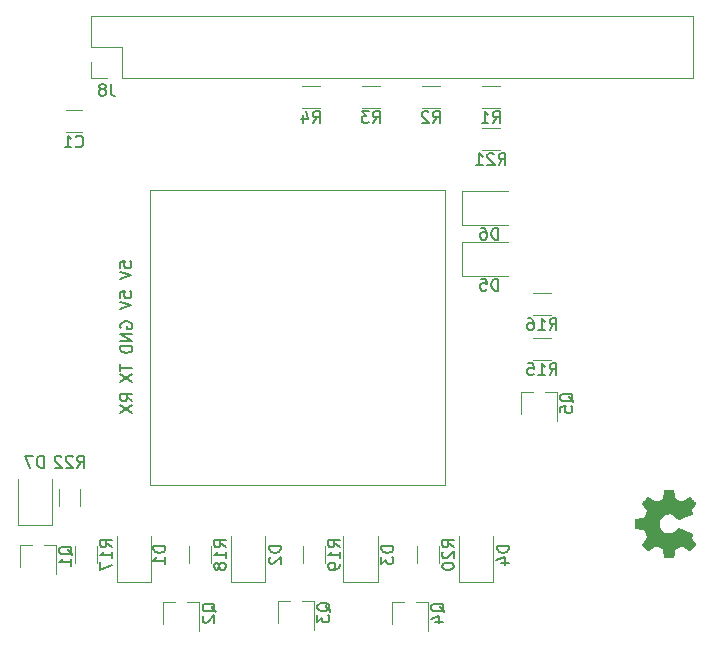
<source format=gbo>
G04 #@! TF.GenerationSoftware,KiCad,Pcbnew,(7.0.0-0)*
G04 #@! TF.CreationDate,2023-04-26T13:08:56+01:00*
G04 #@! TF.ProjectId,Klipper Fan Hat,4b6c6970-7065-4722-9046-616e20486174,rev?*
G04 #@! TF.SameCoordinates,Original*
G04 #@! TF.FileFunction,Legend,Bot*
G04 #@! TF.FilePolarity,Positive*
%FSLAX46Y46*%
G04 Gerber Fmt 4.6, Leading zero omitted, Abs format (unit mm)*
G04 Created by KiCad (PCBNEW (7.0.0-0)) date 2023-04-26 13:08:56*
%MOMM*%
%LPD*%
G01*
G04 APERTURE LIST*
%ADD10C,0.120000*%
%ADD11C,0.150000*%
G04 APERTURE END LIST*
D10*
X112000000Y-59614000D02*
X137000000Y-59614000D01*
X137000000Y-59614000D02*
X137000000Y-84614000D01*
X137000000Y-84614000D02*
X112000000Y-84614000D01*
X112000000Y-84614000D02*
X112000000Y-59614000D01*
D11*
X109527380Y-74346095D02*
X109527380Y-74917523D01*
X110527380Y-74631809D02*
X109527380Y-74631809D01*
X109527380Y-75155619D02*
X110527380Y-75822285D01*
X109527380Y-75822285D02*
X110527380Y-75155619D01*
X110527380Y-77481333D02*
X110051190Y-77148000D01*
X110527380Y-76909905D02*
X109527380Y-76909905D01*
X109527380Y-76909905D02*
X109527380Y-77290857D01*
X109527380Y-77290857D02*
X109575000Y-77386095D01*
X109575000Y-77386095D02*
X109622619Y-77433714D01*
X109622619Y-77433714D02*
X109717857Y-77481333D01*
X109717857Y-77481333D02*
X109860714Y-77481333D01*
X109860714Y-77481333D02*
X109955952Y-77433714D01*
X109955952Y-77433714D02*
X110003571Y-77386095D01*
X110003571Y-77386095D02*
X110051190Y-77290857D01*
X110051190Y-77290857D02*
X110051190Y-76909905D01*
X109527380Y-77814667D02*
X110527380Y-78481333D01*
X109527380Y-78481333D02*
X110527380Y-77814667D01*
X109575000Y-71298095D02*
X109527380Y-71202857D01*
X109527380Y-71202857D02*
X109527380Y-71060000D01*
X109527380Y-71060000D02*
X109575000Y-70917143D01*
X109575000Y-70917143D02*
X109670238Y-70821905D01*
X109670238Y-70821905D02*
X109765476Y-70774286D01*
X109765476Y-70774286D02*
X109955952Y-70726667D01*
X109955952Y-70726667D02*
X110098809Y-70726667D01*
X110098809Y-70726667D02*
X110289285Y-70774286D01*
X110289285Y-70774286D02*
X110384523Y-70821905D01*
X110384523Y-70821905D02*
X110479761Y-70917143D01*
X110479761Y-70917143D02*
X110527380Y-71060000D01*
X110527380Y-71060000D02*
X110527380Y-71155238D01*
X110527380Y-71155238D02*
X110479761Y-71298095D01*
X110479761Y-71298095D02*
X110432142Y-71345714D01*
X110432142Y-71345714D02*
X110098809Y-71345714D01*
X110098809Y-71345714D02*
X110098809Y-71155238D01*
X110527380Y-71774286D02*
X109527380Y-71774286D01*
X109527380Y-71774286D02*
X110527380Y-72345714D01*
X110527380Y-72345714D02*
X109527380Y-72345714D01*
X110527380Y-72821905D02*
X109527380Y-72821905D01*
X109527380Y-72821905D02*
X109527380Y-73060000D01*
X109527380Y-73060000D02*
X109575000Y-73202857D01*
X109575000Y-73202857D02*
X109670238Y-73298095D01*
X109670238Y-73298095D02*
X109765476Y-73345714D01*
X109765476Y-73345714D02*
X109955952Y-73393333D01*
X109955952Y-73393333D02*
X110098809Y-73393333D01*
X110098809Y-73393333D02*
X110289285Y-73345714D01*
X110289285Y-73345714D02*
X110384523Y-73298095D01*
X110384523Y-73298095D02*
X110479761Y-73202857D01*
X110479761Y-73202857D02*
X110527380Y-73060000D01*
X110527380Y-73060000D02*
X110527380Y-72821905D01*
X109450380Y-68710285D02*
X109450380Y-68234095D01*
X109450380Y-68234095D02*
X109926571Y-68186476D01*
X109926571Y-68186476D02*
X109878952Y-68234095D01*
X109878952Y-68234095D02*
X109831333Y-68329333D01*
X109831333Y-68329333D02*
X109831333Y-68567428D01*
X109831333Y-68567428D02*
X109878952Y-68662666D01*
X109878952Y-68662666D02*
X109926571Y-68710285D01*
X109926571Y-68710285D02*
X110021809Y-68757904D01*
X110021809Y-68757904D02*
X110259904Y-68757904D01*
X110259904Y-68757904D02*
X110355142Y-68710285D01*
X110355142Y-68710285D02*
X110402761Y-68662666D01*
X110402761Y-68662666D02*
X110450380Y-68567428D01*
X110450380Y-68567428D02*
X110450380Y-68329333D01*
X110450380Y-68329333D02*
X110402761Y-68234095D01*
X110402761Y-68234095D02*
X110355142Y-68186476D01*
X109450380Y-69043619D02*
X110450380Y-69376952D01*
X110450380Y-69376952D02*
X109450380Y-69710285D01*
X109450380Y-66170285D02*
X109450380Y-65694095D01*
X109450380Y-65694095D02*
X109926571Y-65646476D01*
X109926571Y-65646476D02*
X109878952Y-65694095D01*
X109878952Y-65694095D02*
X109831333Y-65789333D01*
X109831333Y-65789333D02*
X109831333Y-66027428D01*
X109831333Y-66027428D02*
X109878952Y-66122666D01*
X109878952Y-66122666D02*
X109926571Y-66170285D01*
X109926571Y-66170285D02*
X110021809Y-66217904D01*
X110021809Y-66217904D02*
X110259904Y-66217904D01*
X110259904Y-66217904D02*
X110355142Y-66170285D01*
X110355142Y-66170285D02*
X110402761Y-66122666D01*
X110402761Y-66122666D02*
X110450380Y-66027428D01*
X110450380Y-66027428D02*
X110450380Y-65789333D01*
X110450380Y-65789333D02*
X110402761Y-65694095D01*
X110402761Y-65694095D02*
X110355142Y-65646476D01*
X109450380Y-66503619D02*
X110450380Y-66836952D01*
X110450380Y-66836952D02*
X109450380Y-67170285D01*
X108703333Y-50637380D02*
X108703333Y-51351666D01*
X108703333Y-51351666D02*
X108750952Y-51494523D01*
X108750952Y-51494523D02*
X108846190Y-51589761D01*
X108846190Y-51589761D02*
X108989047Y-51637380D01*
X108989047Y-51637380D02*
X109084285Y-51637380D01*
X108084285Y-51065952D02*
X108179523Y-51018333D01*
X108179523Y-51018333D02*
X108227142Y-50970714D01*
X108227142Y-50970714D02*
X108274761Y-50875476D01*
X108274761Y-50875476D02*
X108274761Y-50827857D01*
X108274761Y-50827857D02*
X108227142Y-50732619D01*
X108227142Y-50732619D02*
X108179523Y-50685000D01*
X108179523Y-50685000D02*
X108084285Y-50637380D01*
X108084285Y-50637380D02*
X107893809Y-50637380D01*
X107893809Y-50637380D02*
X107798571Y-50685000D01*
X107798571Y-50685000D02*
X107750952Y-50732619D01*
X107750952Y-50732619D02*
X107703333Y-50827857D01*
X107703333Y-50827857D02*
X107703333Y-50875476D01*
X107703333Y-50875476D02*
X107750952Y-50970714D01*
X107750952Y-50970714D02*
X107798571Y-51018333D01*
X107798571Y-51018333D02*
X107893809Y-51065952D01*
X107893809Y-51065952D02*
X108084285Y-51065952D01*
X108084285Y-51065952D02*
X108179523Y-51113571D01*
X108179523Y-51113571D02*
X108227142Y-51161190D01*
X108227142Y-51161190D02*
X108274761Y-51256428D01*
X108274761Y-51256428D02*
X108274761Y-51446904D01*
X108274761Y-51446904D02*
X108227142Y-51542142D01*
X108227142Y-51542142D02*
X108179523Y-51589761D01*
X108179523Y-51589761D02*
X108084285Y-51637380D01*
X108084285Y-51637380D02*
X107893809Y-51637380D01*
X107893809Y-51637380D02*
X107798571Y-51589761D01*
X107798571Y-51589761D02*
X107750952Y-51542142D01*
X107750952Y-51542142D02*
X107703333Y-51446904D01*
X107703333Y-51446904D02*
X107703333Y-51256428D01*
X107703333Y-51256428D02*
X107750952Y-51161190D01*
X107750952Y-51161190D02*
X107798571Y-51113571D01*
X107798571Y-51113571D02*
X107893809Y-51065952D01*
X105452619Y-90506761D02*
X105405000Y-90411523D01*
X105405000Y-90411523D02*
X105309761Y-90316285D01*
X105309761Y-90316285D02*
X105166904Y-90173428D01*
X105166904Y-90173428D02*
X105119285Y-90078190D01*
X105119285Y-90078190D02*
X105119285Y-89982952D01*
X105357380Y-90030571D02*
X105309761Y-89935333D01*
X105309761Y-89935333D02*
X105214523Y-89840095D01*
X105214523Y-89840095D02*
X105024047Y-89792476D01*
X105024047Y-89792476D02*
X104690714Y-89792476D01*
X104690714Y-89792476D02*
X104500238Y-89840095D01*
X104500238Y-89840095D02*
X104405000Y-89935333D01*
X104405000Y-89935333D02*
X104357380Y-90030571D01*
X104357380Y-90030571D02*
X104357380Y-90221047D01*
X104357380Y-90221047D02*
X104405000Y-90316285D01*
X104405000Y-90316285D02*
X104500238Y-90411523D01*
X104500238Y-90411523D02*
X104690714Y-90459142D01*
X104690714Y-90459142D02*
X105024047Y-90459142D01*
X105024047Y-90459142D02*
X105214523Y-90411523D01*
X105214523Y-90411523D02*
X105309761Y-90316285D01*
X105309761Y-90316285D02*
X105357380Y-90221047D01*
X105357380Y-90221047D02*
X105357380Y-90030571D01*
X105357380Y-91411523D02*
X105357380Y-90840095D01*
X105357380Y-91125809D02*
X104357380Y-91125809D01*
X104357380Y-91125809D02*
X104500238Y-91030571D01*
X104500238Y-91030571D02*
X104595476Y-90935333D01*
X104595476Y-90935333D02*
X104643095Y-90840095D01*
X141060666Y-53927380D02*
X141393999Y-53451190D01*
X141632094Y-53927380D02*
X141632094Y-52927380D01*
X141632094Y-52927380D02*
X141251142Y-52927380D01*
X141251142Y-52927380D02*
X141155904Y-52975000D01*
X141155904Y-52975000D02*
X141108285Y-53022619D01*
X141108285Y-53022619D02*
X141060666Y-53117857D01*
X141060666Y-53117857D02*
X141060666Y-53260714D01*
X141060666Y-53260714D02*
X141108285Y-53355952D01*
X141108285Y-53355952D02*
X141155904Y-53403571D01*
X141155904Y-53403571D02*
X141251142Y-53451190D01*
X141251142Y-53451190D02*
X141632094Y-53451190D01*
X140108285Y-53927380D02*
X140679713Y-53927380D01*
X140393999Y-53927380D02*
X140393999Y-52927380D01*
X140393999Y-52927380D02*
X140489237Y-53070238D01*
X140489237Y-53070238D02*
X140584475Y-53165476D01*
X140584475Y-53165476D02*
X140679713Y-53213095D01*
X113321380Y-89736905D02*
X112321380Y-89736905D01*
X112321380Y-89736905D02*
X112321380Y-89975000D01*
X112321380Y-89975000D02*
X112369000Y-90117857D01*
X112369000Y-90117857D02*
X112464238Y-90213095D01*
X112464238Y-90213095D02*
X112559476Y-90260714D01*
X112559476Y-90260714D02*
X112749952Y-90308333D01*
X112749952Y-90308333D02*
X112892809Y-90308333D01*
X112892809Y-90308333D02*
X113083285Y-90260714D01*
X113083285Y-90260714D02*
X113178523Y-90213095D01*
X113178523Y-90213095D02*
X113273761Y-90117857D01*
X113273761Y-90117857D02*
X113321380Y-89975000D01*
X113321380Y-89975000D02*
X113321380Y-89736905D01*
X113321380Y-91260714D02*
X113321380Y-90689286D01*
X113321380Y-90975000D02*
X112321380Y-90975000D01*
X112321380Y-90975000D02*
X112464238Y-90879762D01*
X112464238Y-90879762D02*
X112559476Y-90784524D01*
X112559476Y-90784524D02*
X112607095Y-90689286D01*
X105849857Y-83095380D02*
X106183190Y-82619190D01*
X106421285Y-83095380D02*
X106421285Y-82095380D01*
X106421285Y-82095380D02*
X106040333Y-82095380D01*
X106040333Y-82095380D02*
X105945095Y-82143000D01*
X105945095Y-82143000D02*
X105897476Y-82190619D01*
X105897476Y-82190619D02*
X105849857Y-82285857D01*
X105849857Y-82285857D02*
X105849857Y-82428714D01*
X105849857Y-82428714D02*
X105897476Y-82523952D01*
X105897476Y-82523952D02*
X105945095Y-82571571D01*
X105945095Y-82571571D02*
X106040333Y-82619190D01*
X106040333Y-82619190D02*
X106421285Y-82619190D01*
X105468904Y-82190619D02*
X105421285Y-82143000D01*
X105421285Y-82143000D02*
X105326047Y-82095380D01*
X105326047Y-82095380D02*
X105087952Y-82095380D01*
X105087952Y-82095380D02*
X104992714Y-82143000D01*
X104992714Y-82143000D02*
X104945095Y-82190619D01*
X104945095Y-82190619D02*
X104897476Y-82285857D01*
X104897476Y-82285857D02*
X104897476Y-82381095D01*
X104897476Y-82381095D02*
X104945095Y-82523952D01*
X104945095Y-82523952D02*
X105516523Y-83095380D01*
X105516523Y-83095380D02*
X104897476Y-83095380D01*
X104516523Y-82190619D02*
X104468904Y-82143000D01*
X104468904Y-82143000D02*
X104373666Y-82095380D01*
X104373666Y-82095380D02*
X104135571Y-82095380D01*
X104135571Y-82095380D02*
X104040333Y-82143000D01*
X104040333Y-82143000D02*
X103992714Y-82190619D01*
X103992714Y-82190619D02*
X103945095Y-82285857D01*
X103945095Y-82285857D02*
X103945095Y-82381095D01*
X103945095Y-82381095D02*
X103992714Y-82523952D01*
X103992714Y-82523952D02*
X104564142Y-83095380D01*
X104564142Y-83095380D02*
X103945095Y-83095380D01*
X142404380Y-89736905D02*
X141404380Y-89736905D01*
X141404380Y-89736905D02*
X141404380Y-89975000D01*
X141404380Y-89975000D02*
X141452000Y-90117857D01*
X141452000Y-90117857D02*
X141547238Y-90213095D01*
X141547238Y-90213095D02*
X141642476Y-90260714D01*
X141642476Y-90260714D02*
X141832952Y-90308333D01*
X141832952Y-90308333D02*
X141975809Y-90308333D01*
X141975809Y-90308333D02*
X142166285Y-90260714D01*
X142166285Y-90260714D02*
X142261523Y-90213095D01*
X142261523Y-90213095D02*
X142356761Y-90117857D01*
X142356761Y-90117857D02*
X142404380Y-89975000D01*
X142404380Y-89975000D02*
X142404380Y-89736905D01*
X141737714Y-91165476D02*
X142404380Y-91165476D01*
X141356761Y-90927381D02*
X142071047Y-90689286D01*
X142071047Y-90689286D02*
X142071047Y-91308333D01*
X118443380Y-89832142D02*
X117967190Y-89498809D01*
X118443380Y-89260714D02*
X117443380Y-89260714D01*
X117443380Y-89260714D02*
X117443380Y-89641666D01*
X117443380Y-89641666D02*
X117491000Y-89736904D01*
X117491000Y-89736904D02*
X117538619Y-89784523D01*
X117538619Y-89784523D02*
X117633857Y-89832142D01*
X117633857Y-89832142D02*
X117776714Y-89832142D01*
X117776714Y-89832142D02*
X117871952Y-89784523D01*
X117871952Y-89784523D02*
X117919571Y-89736904D01*
X117919571Y-89736904D02*
X117967190Y-89641666D01*
X117967190Y-89641666D02*
X117967190Y-89260714D01*
X118443380Y-90784523D02*
X118443380Y-90213095D01*
X118443380Y-90498809D02*
X117443380Y-90498809D01*
X117443380Y-90498809D02*
X117586238Y-90403571D01*
X117586238Y-90403571D02*
X117681476Y-90308333D01*
X117681476Y-90308333D02*
X117729095Y-90213095D01*
X117871952Y-91355952D02*
X117824333Y-91260714D01*
X117824333Y-91260714D02*
X117776714Y-91213095D01*
X117776714Y-91213095D02*
X117681476Y-91165476D01*
X117681476Y-91165476D02*
X117633857Y-91165476D01*
X117633857Y-91165476D02*
X117538619Y-91213095D01*
X117538619Y-91213095D02*
X117491000Y-91260714D01*
X117491000Y-91260714D02*
X117443380Y-91355952D01*
X117443380Y-91355952D02*
X117443380Y-91546428D01*
X117443380Y-91546428D02*
X117491000Y-91641666D01*
X117491000Y-91641666D02*
X117538619Y-91689285D01*
X117538619Y-91689285D02*
X117633857Y-91736904D01*
X117633857Y-91736904D02*
X117681476Y-91736904D01*
X117681476Y-91736904D02*
X117776714Y-91689285D01*
X117776714Y-91689285D02*
X117824333Y-91641666D01*
X117824333Y-91641666D02*
X117871952Y-91546428D01*
X117871952Y-91546428D02*
X117871952Y-91355952D01*
X117871952Y-91355952D02*
X117919571Y-91260714D01*
X117919571Y-91260714D02*
X117967190Y-91213095D01*
X117967190Y-91213095D02*
X118062428Y-91165476D01*
X118062428Y-91165476D02*
X118252904Y-91165476D01*
X118252904Y-91165476D02*
X118348142Y-91213095D01*
X118348142Y-91213095D02*
X118395761Y-91260714D01*
X118395761Y-91260714D02*
X118443380Y-91355952D01*
X118443380Y-91355952D02*
X118443380Y-91546428D01*
X118443380Y-91546428D02*
X118395761Y-91641666D01*
X118395761Y-91641666D02*
X118348142Y-91689285D01*
X118348142Y-91689285D02*
X118252904Y-91736904D01*
X118252904Y-91736904D02*
X118062428Y-91736904D01*
X118062428Y-91736904D02*
X117967190Y-91689285D01*
X117967190Y-91689285D02*
X117919571Y-91641666D01*
X117919571Y-91641666D02*
X117871952Y-91546428D01*
X108791380Y-89832142D02*
X108315190Y-89498809D01*
X108791380Y-89260714D02*
X107791380Y-89260714D01*
X107791380Y-89260714D02*
X107791380Y-89641666D01*
X107791380Y-89641666D02*
X107839000Y-89736904D01*
X107839000Y-89736904D02*
X107886619Y-89784523D01*
X107886619Y-89784523D02*
X107981857Y-89832142D01*
X107981857Y-89832142D02*
X108124714Y-89832142D01*
X108124714Y-89832142D02*
X108219952Y-89784523D01*
X108219952Y-89784523D02*
X108267571Y-89736904D01*
X108267571Y-89736904D02*
X108315190Y-89641666D01*
X108315190Y-89641666D02*
X108315190Y-89260714D01*
X108791380Y-90784523D02*
X108791380Y-90213095D01*
X108791380Y-90498809D02*
X107791380Y-90498809D01*
X107791380Y-90498809D02*
X107934238Y-90403571D01*
X107934238Y-90403571D02*
X108029476Y-90308333D01*
X108029476Y-90308333D02*
X108077095Y-90213095D01*
X107791380Y-91117857D02*
X107791380Y-91784523D01*
X107791380Y-91784523D02*
X108791380Y-91355952D01*
X125820666Y-53927380D02*
X126153999Y-53451190D01*
X126392094Y-53927380D02*
X126392094Y-52927380D01*
X126392094Y-52927380D02*
X126011142Y-52927380D01*
X126011142Y-52927380D02*
X125915904Y-52975000D01*
X125915904Y-52975000D02*
X125868285Y-53022619D01*
X125868285Y-53022619D02*
X125820666Y-53117857D01*
X125820666Y-53117857D02*
X125820666Y-53260714D01*
X125820666Y-53260714D02*
X125868285Y-53355952D01*
X125868285Y-53355952D02*
X125915904Y-53403571D01*
X125915904Y-53403571D02*
X126011142Y-53451190D01*
X126011142Y-53451190D02*
X126392094Y-53451190D01*
X124963523Y-53260714D02*
X124963523Y-53927380D01*
X125201618Y-52879761D02*
X125439713Y-53594047D01*
X125439713Y-53594047D02*
X124820666Y-53594047D01*
X123100380Y-89736905D02*
X122100380Y-89736905D01*
X122100380Y-89736905D02*
X122100380Y-89975000D01*
X122100380Y-89975000D02*
X122148000Y-90117857D01*
X122148000Y-90117857D02*
X122243238Y-90213095D01*
X122243238Y-90213095D02*
X122338476Y-90260714D01*
X122338476Y-90260714D02*
X122528952Y-90308333D01*
X122528952Y-90308333D02*
X122671809Y-90308333D01*
X122671809Y-90308333D02*
X122862285Y-90260714D01*
X122862285Y-90260714D02*
X122957523Y-90213095D01*
X122957523Y-90213095D02*
X123052761Y-90117857D01*
X123052761Y-90117857D02*
X123100380Y-89975000D01*
X123100380Y-89975000D02*
X123100380Y-89736905D01*
X122195619Y-90689286D02*
X122148000Y-90736905D01*
X122148000Y-90736905D02*
X122100380Y-90832143D01*
X122100380Y-90832143D02*
X122100380Y-91070238D01*
X122100380Y-91070238D02*
X122148000Y-91165476D01*
X122148000Y-91165476D02*
X122195619Y-91213095D01*
X122195619Y-91213095D02*
X122290857Y-91260714D01*
X122290857Y-91260714D02*
X122386095Y-91260714D01*
X122386095Y-91260714D02*
X122528952Y-91213095D01*
X122528952Y-91213095D02*
X123100380Y-90641667D01*
X123100380Y-90641667D02*
X123100380Y-91260714D01*
X127296619Y-95292761D02*
X127249000Y-95197523D01*
X127249000Y-95197523D02*
X127153761Y-95102285D01*
X127153761Y-95102285D02*
X127010904Y-94959428D01*
X127010904Y-94959428D02*
X126963285Y-94864190D01*
X126963285Y-94864190D02*
X126963285Y-94768952D01*
X127201380Y-94816571D02*
X127153761Y-94721333D01*
X127153761Y-94721333D02*
X127058523Y-94626095D01*
X127058523Y-94626095D02*
X126868047Y-94578476D01*
X126868047Y-94578476D02*
X126534714Y-94578476D01*
X126534714Y-94578476D02*
X126344238Y-94626095D01*
X126344238Y-94626095D02*
X126249000Y-94721333D01*
X126249000Y-94721333D02*
X126201380Y-94816571D01*
X126201380Y-94816571D02*
X126201380Y-95007047D01*
X126201380Y-95007047D02*
X126249000Y-95102285D01*
X126249000Y-95102285D02*
X126344238Y-95197523D01*
X126344238Y-95197523D02*
X126534714Y-95245142D01*
X126534714Y-95245142D02*
X126868047Y-95245142D01*
X126868047Y-95245142D02*
X127058523Y-95197523D01*
X127058523Y-95197523D02*
X127153761Y-95102285D01*
X127153761Y-95102285D02*
X127201380Y-95007047D01*
X127201380Y-95007047D02*
X127201380Y-94816571D01*
X126201380Y-95578476D02*
X126201380Y-96197523D01*
X126201380Y-96197523D02*
X126582333Y-95864190D01*
X126582333Y-95864190D02*
X126582333Y-96007047D01*
X126582333Y-96007047D02*
X126629952Y-96102285D01*
X126629952Y-96102285D02*
X126677571Y-96149904D01*
X126677571Y-96149904D02*
X126772809Y-96197523D01*
X126772809Y-96197523D02*
X127010904Y-96197523D01*
X127010904Y-96197523D02*
X127106142Y-96149904D01*
X127106142Y-96149904D02*
X127153761Y-96102285D01*
X127153761Y-96102285D02*
X127201380Y-96007047D01*
X127201380Y-96007047D02*
X127201380Y-95721333D01*
X127201380Y-95721333D02*
X127153761Y-95626095D01*
X127153761Y-95626095D02*
X127106142Y-95578476D01*
X145854857Y-71453380D02*
X146188190Y-70977190D01*
X146426285Y-71453380D02*
X146426285Y-70453380D01*
X146426285Y-70453380D02*
X146045333Y-70453380D01*
X146045333Y-70453380D02*
X145950095Y-70501000D01*
X145950095Y-70501000D02*
X145902476Y-70548619D01*
X145902476Y-70548619D02*
X145854857Y-70643857D01*
X145854857Y-70643857D02*
X145854857Y-70786714D01*
X145854857Y-70786714D02*
X145902476Y-70881952D01*
X145902476Y-70881952D02*
X145950095Y-70929571D01*
X145950095Y-70929571D02*
X146045333Y-70977190D01*
X146045333Y-70977190D02*
X146426285Y-70977190D01*
X144902476Y-71453380D02*
X145473904Y-71453380D01*
X145188190Y-71453380D02*
X145188190Y-70453380D01*
X145188190Y-70453380D02*
X145283428Y-70596238D01*
X145283428Y-70596238D02*
X145378666Y-70691476D01*
X145378666Y-70691476D02*
X145473904Y-70739095D01*
X144045333Y-70453380D02*
X144235809Y-70453380D01*
X144235809Y-70453380D02*
X144331047Y-70501000D01*
X144331047Y-70501000D02*
X144378666Y-70548619D01*
X144378666Y-70548619D02*
X144473904Y-70691476D01*
X144473904Y-70691476D02*
X144521523Y-70881952D01*
X144521523Y-70881952D02*
X144521523Y-71262904D01*
X144521523Y-71262904D02*
X144473904Y-71358142D01*
X144473904Y-71358142D02*
X144426285Y-71405761D01*
X144426285Y-71405761D02*
X144331047Y-71453380D01*
X144331047Y-71453380D02*
X144140571Y-71453380D01*
X144140571Y-71453380D02*
X144045333Y-71405761D01*
X144045333Y-71405761D02*
X143997714Y-71358142D01*
X143997714Y-71358142D02*
X143950095Y-71262904D01*
X143950095Y-71262904D02*
X143950095Y-71024809D01*
X143950095Y-71024809D02*
X143997714Y-70929571D01*
X143997714Y-70929571D02*
X144045333Y-70881952D01*
X144045333Y-70881952D02*
X144140571Y-70834333D01*
X144140571Y-70834333D02*
X144331047Y-70834333D01*
X144331047Y-70834333D02*
X144426285Y-70881952D01*
X144426285Y-70881952D02*
X144473904Y-70929571D01*
X144473904Y-70929571D02*
X144521523Y-71024809D01*
X105754666Y-55894142D02*
X105802285Y-55941761D01*
X105802285Y-55941761D02*
X105945142Y-55989380D01*
X105945142Y-55989380D02*
X106040380Y-55989380D01*
X106040380Y-55989380D02*
X106183237Y-55941761D01*
X106183237Y-55941761D02*
X106278475Y-55846523D01*
X106278475Y-55846523D02*
X106326094Y-55751285D01*
X106326094Y-55751285D02*
X106373713Y-55560809D01*
X106373713Y-55560809D02*
X106373713Y-55417952D01*
X106373713Y-55417952D02*
X106326094Y-55227476D01*
X106326094Y-55227476D02*
X106278475Y-55132238D01*
X106278475Y-55132238D02*
X106183237Y-55037000D01*
X106183237Y-55037000D02*
X106040380Y-54989380D01*
X106040380Y-54989380D02*
X105945142Y-54989380D01*
X105945142Y-54989380D02*
X105802285Y-55037000D01*
X105802285Y-55037000D02*
X105754666Y-55084619D01*
X104802285Y-55989380D02*
X105373713Y-55989380D01*
X105087999Y-55989380D02*
X105087999Y-54989380D01*
X105087999Y-54989380D02*
X105183237Y-55132238D01*
X105183237Y-55132238D02*
X105278475Y-55227476D01*
X105278475Y-55227476D02*
X105373713Y-55275095D01*
X141505094Y-63791380D02*
X141505094Y-62791380D01*
X141505094Y-62791380D02*
X141266999Y-62791380D01*
X141266999Y-62791380D02*
X141124142Y-62839000D01*
X141124142Y-62839000D02*
X141028904Y-62934238D01*
X141028904Y-62934238D02*
X140981285Y-63029476D01*
X140981285Y-63029476D02*
X140933666Y-63219952D01*
X140933666Y-63219952D02*
X140933666Y-63362809D01*
X140933666Y-63362809D02*
X140981285Y-63553285D01*
X140981285Y-63553285D02*
X141028904Y-63648523D01*
X141028904Y-63648523D02*
X141124142Y-63743761D01*
X141124142Y-63743761D02*
X141266999Y-63791380D01*
X141266999Y-63791380D02*
X141505094Y-63791380D01*
X140076523Y-62791380D02*
X140266999Y-62791380D01*
X140266999Y-62791380D02*
X140362237Y-62839000D01*
X140362237Y-62839000D02*
X140409856Y-62886619D01*
X140409856Y-62886619D02*
X140505094Y-63029476D01*
X140505094Y-63029476D02*
X140552713Y-63219952D01*
X140552713Y-63219952D02*
X140552713Y-63600904D01*
X140552713Y-63600904D02*
X140505094Y-63696142D01*
X140505094Y-63696142D02*
X140457475Y-63743761D01*
X140457475Y-63743761D02*
X140362237Y-63791380D01*
X140362237Y-63791380D02*
X140171761Y-63791380D01*
X140171761Y-63791380D02*
X140076523Y-63743761D01*
X140076523Y-63743761D02*
X140028904Y-63696142D01*
X140028904Y-63696142D02*
X139981285Y-63600904D01*
X139981285Y-63600904D02*
X139981285Y-63362809D01*
X139981285Y-63362809D02*
X140028904Y-63267571D01*
X140028904Y-63267571D02*
X140076523Y-63219952D01*
X140076523Y-63219952D02*
X140171761Y-63172333D01*
X140171761Y-63172333D02*
X140362237Y-63172333D01*
X140362237Y-63172333D02*
X140457475Y-63219952D01*
X140457475Y-63219952D02*
X140505094Y-63267571D01*
X140505094Y-63267571D02*
X140552713Y-63362809D01*
X147870619Y-77552761D02*
X147823000Y-77457523D01*
X147823000Y-77457523D02*
X147727761Y-77362285D01*
X147727761Y-77362285D02*
X147584904Y-77219428D01*
X147584904Y-77219428D02*
X147537285Y-77124190D01*
X147537285Y-77124190D02*
X147537285Y-77028952D01*
X147775380Y-77076571D02*
X147727761Y-76981333D01*
X147727761Y-76981333D02*
X147632523Y-76886095D01*
X147632523Y-76886095D02*
X147442047Y-76838476D01*
X147442047Y-76838476D02*
X147108714Y-76838476D01*
X147108714Y-76838476D02*
X146918238Y-76886095D01*
X146918238Y-76886095D02*
X146823000Y-76981333D01*
X146823000Y-76981333D02*
X146775380Y-77076571D01*
X146775380Y-77076571D02*
X146775380Y-77267047D01*
X146775380Y-77267047D02*
X146823000Y-77362285D01*
X146823000Y-77362285D02*
X146918238Y-77457523D01*
X146918238Y-77457523D02*
X147108714Y-77505142D01*
X147108714Y-77505142D02*
X147442047Y-77505142D01*
X147442047Y-77505142D02*
X147632523Y-77457523D01*
X147632523Y-77457523D02*
X147727761Y-77362285D01*
X147727761Y-77362285D02*
X147775380Y-77267047D01*
X147775380Y-77267047D02*
X147775380Y-77076571D01*
X146775380Y-78409904D02*
X146775380Y-77933714D01*
X146775380Y-77933714D02*
X147251571Y-77886095D01*
X147251571Y-77886095D02*
X147203952Y-77933714D01*
X147203952Y-77933714D02*
X147156333Y-78028952D01*
X147156333Y-78028952D02*
X147156333Y-78267047D01*
X147156333Y-78267047D02*
X147203952Y-78362285D01*
X147203952Y-78362285D02*
X147251571Y-78409904D01*
X147251571Y-78409904D02*
X147346809Y-78457523D01*
X147346809Y-78457523D02*
X147584904Y-78457523D01*
X147584904Y-78457523D02*
X147680142Y-78409904D01*
X147680142Y-78409904D02*
X147727761Y-78362285D01*
X147727761Y-78362285D02*
X147775380Y-78267047D01*
X147775380Y-78267047D02*
X147775380Y-78028952D01*
X147775380Y-78028952D02*
X147727761Y-77933714D01*
X147727761Y-77933714D02*
X147680142Y-77886095D01*
X137747380Y-89832142D02*
X137271190Y-89498809D01*
X137747380Y-89260714D02*
X136747380Y-89260714D01*
X136747380Y-89260714D02*
X136747380Y-89641666D01*
X136747380Y-89641666D02*
X136795000Y-89736904D01*
X136795000Y-89736904D02*
X136842619Y-89784523D01*
X136842619Y-89784523D02*
X136937857Y-89832142D01*
X136937857Y-89832142D02*
X137080714Y-89832142D01*
X137080714Y-89832142D02*
X137175952Y-89784523D01*
X137175952Y-89784523D02*
X137223571Y-89736904D01*
X137223571Y-89736904D02*
X137271190Y-89641666D01*
X137271190Y-89641666D02*
X137271190Y-89260714D01*
X136842619Y-90213095D02*
X136795000Y-90260714D01*
X136795000Y-90260714D02*
X136747380Y-90355952D01*
X136747380Y-90355952D02*
X136747380Y-90594047D01*
X136747380Y-90594047D02*
X136795000Y-90689285D01*
X136795000Y-90689285D02*
X136842619Y-90736904D01*
X136842619Y-90736904D02*
X136937857Y-90784523D01*
X136937857Y-90784523D02*
X137033095Y-90784523D01*
X137033095Y-90784523D02*
X137175952Y-90736904D01*
X137175952Y-90736904D02*
X137747380Y-90165476D01*
X137747380Y-90165476D02*
X137747380Y-90784523D01*
X136747380Y-91403571D02*
X136747380Y-91498809D01*
X136747380Y-91498809D02*
X136795000Y-91594047D01*
X136795000Y-91594047D02*
X136842619Y-91641666D01*
X136842619Y-91641666D02*
X136937857Y-91689285D01*
X136937857Y-91689285D02*
X137128333Y-91736904D01*
X137128333Y-91736904D02*
X137366428Y-91736904D01*
X137366428Y-91736904D02*
X137556904Y-91689285D01*
X137556904Y-91689285D02*
X137652142Y-91641666D01*
X137652142Y-91641666D02*
X137699761Y-91594047D01*
X137699761Y-91594047D02*
X137747380Y-91498809D01*
X137747380Y-91498809D02*
X137747380Y-91403571D01*
X137747380Y-91403571D02*
X137699761Y-91308333D01*
X137699761Y-91308333D02*
X137652142Y-91260714D01*
X137652142Y-91260714D02*
X137556904Y-91213095D01*
X137556904Y-91213095D02*
X137366428Y-91165476D01*
X137366428Y-91165476D02*
X137128333Y-91165476D01*
X137128333Y-91165476D02*
X136937857Y-91213095D01*
X136937857Y-91213095D02*
X136842619Y-91260714D01*
X136842619Y-91260714D02*
X136795000Y-91308333D01*
X136795000Y-91308333D02*
X136747380Y-91403571D01*
X136948619Y-95332761D02*
X136901000Y-95237523D01*
X136901000Y-95237523D02*
X136805761Y-95142285D01*
X136805761Y-95142285D02*
X136662904Y-94999428D01*
X136662904Y-94999428D02*
X136615285Y-94904190D01*
X136615285Y-94904190D02*
X136615285Y-94808952D01*
X136853380Y-94856571D02*
X136805761Y-94761333D01*
X136805761Y-94761333D02*
X136710523Y-94666095D01*
X136710523Y-94666095D02*
X136520047Y-94618476D01*
X136520047Y-94618476D02*
X136186714Y-94618476D01*
X136186714Y-94618476D02*
X135996238Y-94666095D01*
X135996238Y-94666095D02*
X135901000Y-94761333D01*
X135901000Y-94761333D02*
X135853380Y-94856571D01*
X135853380Y-94856571D02*
X135853380Y-95047047D01*
X135853380Y-95047047D02*
X135901000Y-95142285D01*
X135901000Y-95142285D02*
X135996238Y-95237523D01*
X135996238Y-95237523D02*
X136186714Y-95285142D01*
X136186714Y-95285142D02*
X136520047Y-95285142D01*
X136520047Y-95285142D02*
X136710523Y-95237523D01*
X136710523Y-95237523D02*
X136805761Y-95142285D01*
X136805761Y-95142285D02*
X136853380Y-95047047D01*
X136853380Y-95047047D02*
X136853380Y-94856571D01*
X136186714Y-96142285D02*
X136853380Y-96142285D01*
X135805761Y-95904190D02*
X136520047Y-95666095D01*
X136520047Y-95666095D02*
X136520047Y-96285142D01*
X117578619Y-95332761D02*
X117531000Y-95237523D01*
X117531000Y-95237523D02*
X117435761Y-95142285D01*
X117435761Y-95142285D02*
X117292904Y-94999428D01*
X117292904Y-94999428D02*
X117245285Y-94904190D01*
X117245285Y-94904190D02*
X117245285Y-94808952D01*
X117483380Y-94856571D02*
X117435761Y-94761333D01*
X117435761Y-94761333D02*
X117340523Y-94666095D01*
X117340523Y-94666095D02*
X117150047Y-94618476D01*
X117150047Y-94618476D02*
X116816714Y-94618476D01*
X116816714Y-94618476D02*
X116626238Y-94666095D01*
X116626238Y-94666095D02*
X116531000Y-94761333D01*
X116531000Y-94761333D02*
X116483380Y-94856571D01*
X116483380Y-94856571D02*
X116483380Y-95047047D01*
X116483380Y-95047047D02*
X116531000Y-95142285D01*
X116531000Y-95142285D02*
X116626238Y-95237523D01*
X116626238Y-95237523D02*
X116816714Y-95285142D01*
X116816714Y-95285142D02*
X117150047Y-95285142D01*
X117150047Y-95285142D02*
X117340523Y-95237523D01*
X117340523Y-95237523D02*
X117435761Y-95142285D01*
X117435761Y-95142285D02*
X117483380Y-95047047D01*
X117483380Y-95047047D02*
X117483380Y-94856571D01*
X116578619Y-95666095D02*
X116531000Y-95713714D01*
X116531000Y-95713714D02*
X116483380Y-95808952D01*
X116483380Y-95808952D02*
X116483380Y-96047047D01*
X116483380Y-96047047D02*
X116531000Y-96142285D01*
X116531000Y-96142285D02*
X116578619Y-96189904D01*
X116578619Y-96189904D02*
X116673857Y-96237523D01*
X116673857Y-96237523D02*
X116769095Y-96237523D01*
X116769095Y-96237523D02*
X116911952Y-96189904D01*
X116911952Y-96189904D02*
X117483380Y-95618476D01*
X117483380Y-95618476D02*
X117483380Y-96237523D01*
X128095380Y-89832142D02*
X127619190Y-89498809D01*
X128095380Y-89260714D02*
X127095380Y-89260714D01*
X127095380Y-89260714D02*
X127095380Y-89641666D01*
X127095380Y-89641666D02*
X127143000Y-89736904D01*
X127143000Y-89736904D02*
X127190619Y-89784523D01*
X127190619Y-89784523D02*
X127285857Y-89832142D01*
X127285857Y-89832142D02*
X127428714Y-89832142D01*
X127428714Y-89832142D02*
X127523952Y-89784523D01*
X127523952Y-89784523D02*
X127571571Y-89736904D01*
X127571571Y-89736904D02*
X127619190Y-89641666D01*
X127619190Y-89641666D02*
X127619190Y-89260714D01*
X128095380Y-90784523D02*
X128095380Y-90213095D01*
X128095380Y-90498809D02*
X127095380Y-90498809D01*
X127095380Y-90498809D02*
X127238238Y-90403571D01*
X127238238Y-90403571D02*
X127333476Y-90308333D01*
X127333476Y-90308333D02*
X127381095Y-90213095D01*
X128095380Y-91260714D02*
X128095380Y-91451190D01*
X128095380Y-91451190D02*
X128047761Y-91546428D01*
X128047761Y-91546428D02*
X128000142Y-91594047D01*
X128000142Y-91594047D02*
X127857285Y-91689285D01*
X127857285Y-91689285D02*
X127666809Y-91736904D01*
X127666809Y-91736904D02*
X127285857Y-91736904D01*
X127285857Y-91736904D02*
X127190619Y-91689285D01*
X127190619Y-91689285D02*
X127143000Y-91641666D01*
X127143000Y-91641666D02*
X127095380Y-91546428D01*
X127095380Y-91546428D02*
X127095380Y-91355952D01*
X127095380Y-91355952D02*
X127143000Y-91260714D01*
X127143000Y-91260714D02*
X127190619Y-91213095D01*
X127190619Y-91213095D02*
X127285857Y-91165476D01*
X127285857Y-91165476D02*
X127523952Y-91165476D01*
X127523952Y-91165476D02*
X127619190Y-91213095D01*
X127619190Y-91213095D02*
X127666809Y-91260714D01*
X127666809Y-91260714D02*
X127714428Y-91355952D01*
X127714428Y-91355952D02*
X127714428Y-91546428D01*
X127714428Y-91546428D02*
X127666809Y-91641666D01*
X127666809Y-91641666D02*
X127619190Y-91689285D01*
X127619190Y-91689285D02*
X127523952Y-91736904D01*
X145854857Y-75263380D02*
X146188190Y-74787190D01*
X146426285Y-75263380D02*
X146426285Y-74263380D01*
X146426285Y-74263380D02*
X146045333Y-74263380D01*
X146045333Y-74263380D02*
X145950095Y-74311000D01*
X145950095Y-74311000D02*
X145902476Y-74358619D01*
X145902476Y-74358619D02*
X145854857Y-74453857D01*
X145854857Y-74453857D02*
X145854857Y-74596714D01*
X145854857Y-74596714D02*
X145902476Y-74691952D01*
X145902476Y-74691952D02*
X145950095Y-74739571D01*
X145950095Y-74739571D02*
X146045333Y-74787190D01*
X146045333Y-74787190D02*
X146426285Y-74787190D01*
X144902476Y-75263380D02*
X145473904Y-75263380D01*
X145188190Y-75263380D02*
X145188190Y-74263380D01*
X145188190Y-74263380D02*
X145283428Y-74406238D01*
X145283428Y-74406238D02*
X145378666Y-74501476D01*
X145378666Y-74501476D02*
X145473904Y-74549095D01*
X143997714Y-74263380D02*
X144473904Y-74263380D01*
X144473904Y-74263380D02*
X144521523Y-74739571D01*
X144521523Y-74739571D02*
X144473904Y-74691952D01*
X144473904Y-74691952D02*
X144378666Y-74644333D01*
X144378666Y-74644333D02*
X144140571Y-74644333D01*
X144140571Y-74644333D02*
X144045333Y-74691952D01*
X144045333Y-74691952D02*
X143997714Y-74739571D01*
X143997714Y-74739571D02*
X143950095Y-74834809D01*
X143950095Y-74834809D02*
X143950095Y-75072904D01*
X143950095Y-75072904D02*
X143997714Y-75168142D01*
X143997714Y-75168142D02*
X144045333Y-75215761D01*
X144045333Y-75215761D02*
X144140571Y-75263380D01*
X144140571Y-75263380D02*
X144378666Y-75263380D01*
X144378666Y-75263380D02*
X144473904Y-75215761D01*
X144473904Y-75215761D02*
X144521523Y-75168142D01*
X141505094Y-68109380D02*
X141505094Y-67109380D01*
X141505094Y-67109380D02*
X141266999Y-67109380D01*
X141266999Y-67109380D02*
X141124142Y-67157000D01*
X141124142Y-67157000D02*
X141028904Y-67252238D01*
X141028904Y-67252238D02*
X140981285Y-67347476D01*
X140981285Y-67347476D02*
X140933666Y-67537952D01*
X140933666Y-67537952D02*
X140933666Y-67680809D01*
X140933666Y-67680809D02*
X140981285Y-67871285D01*
X140981285Y-67871285D02*
X141028904Y-67966523D01*
X141028904Y-67966523D02*
X141124142Y-68061761D01*
X141124142Y-68061761D02*
X141266999Y-68109380D01*
X141266999Y-68109380D02*
X141505094Y-68109380D01*
X140028904Y-67109380D02*
X140505094Y-67109380D01*
X140505094Y-67109380D02*
X140552713Y-67585571D01*
X140552713Y-67585571D02*
X140505094Y-67537952D01*
X140505094Y-67537952D02*
X140409856Y-67490333D01*
X140409856Y-67490333D02*
X140171761Y-67490333D01*
X140171761Y-67490333D02*
X140076523Y-67537952D01*
X140076523Y-67537952D02*
X140028904Y-67585571D01*
X140028904Y-67585571D02*
X139981285Y-67680809D01*
X139981285Y-67680809D02*
X139981285Y-67918904D01*
X139981285Y-67918904D02*
X140028904Y-68014142D01*
X140028904Y-68014142D02*
X140076523Y-68061761D01*
X140076523Y-68061761D02*
X140171761Y-68109380D01*
X140171761Y-68109380D02*
X140409856Y-68109380D01*
X140409856Y-68109380D02*
X140505094Y-68061761D01*
X140505094Y-68061761D02*
X140552713Y-68014142D01*
X103024094Y-83095380D02*
X103024094Y-82095380D01*
X103024094Y-82095380D02*
X102785999Y-82095380D01*
X102785999Y-82095380D02*
X102643142Y-82143000D01*
X102643142Y-82143000D02*
X102547904Y-82238238D01*
X102547904Y-82238238D02*
X102500285Y-82333476D01*
X102500285Y-82333476D02*
X102452666Y-82523952D01*
X102452666Y-82523952D02*
X102452666Y-82666809D01*
X102452666Y-82666809D02*
X102500285Y-82857285D01*
X102500285Y-82857285D02*
X102547904Y-82952523D01*
X102547904Y-82952523D02*
X102643142Y-83047761D01*
X102643142Y-83047761D02*
X102785999Y-83095380D01*
X102785999Y-83095380D02*
X103024094Y-83095380D01*
X102119332Y-82095380D02*
X101452666Y-82095380D01*
X101452666Y-82095380D02*
X101881237Y-83095380D01*
X141536857Y-57483380D02*
X141870190Y-57007190D01*
X142108285Y-57483380D02*
X142108285Y-56483380D01*
X142108285Y-56483380D02*
X141727333Y-56483380D01*
X141727333Y-56483380D02*
X141632095Y-56531000D01*
X141632095Y-56531000D02*
X141584476Y-56578619D01*
X141584476Y-56578619D02*
X141536857Y-56673857D01*
X141536857Y-56673857D02*
X141536857Y-56816714D01*
X141536857Y-56816714D02*
X141584476Y-56911952D01*
X141584476Y-56911952D02*
X141632095Y-56959571D01*
X141632095Y-56959571D02*
X141727333Y-57007190D01*
X141727333Y-57007190D02*
X142108285Y-57007190D01*
X141155904Y-56578619D02*
X141108285Y-56531000D01*
X141108285Y-56531000D02*
X141013047Y-56483380D01*
X141013047Y-56483380D02*
X140774952Y-56483380D01*
X140774952Y-56483380D02*
X140679714Y-56531000D01*
X140679714Y-56531000D02*
X140632095Y-56578619D01*
X140632095Y-56578619D02*
X140584476Y-56673857D01*
X140584476Y-56673857D02*
X140584476Y-56769095D01*
X140584476Y-56769095D02*
X140632095Y-56911952D01*
X140632095Y-56911952D02*
X141203523Y-57483380D01*
X141203523Y-57483380D02*
X140584476Y-57483380D01*
X139632095Y-57483380D02*
X140203523Y-57483380D01*
X139917809Y-57483380D02*
X139917809Y-56483380D01*
X139917809Y-56483380D02*
X140013047Y-56626238D01*
X140013047Y-56626238D02*
X140108285Y-56721476D01*
X140108285Y-56721476D02*
X140203523Y-56769095D01*
X130900666Y-53927380D02*
X131233999Y-53451190D01*
X131472094Y-53927380D02*
X131472094Y-52927380D01*
X131472094Y-52927380D02*
X131091142Y-52927380D01*
X131091142Y-52927380D02*
X130995904Y-52975000D01*
X130995904Y-52975000D02*
X130948285Y-53022619D01*
X130948285Y-53022619D02*
X130900666Y-53117857D01*
X130900666Y-53117857D02*
X130900666Y-53260714D01*
X130900666Y-53260714D02*
X130948285Y-53355952D01*
X130948285Y-53355952D02*
X130995904Y-53403571D01*
X130995904Y-53403571D02*
X131091142Y-53451190D01*
X131091142Y-53451190D02*
X131472094Y-53451190D01*
X130567332Y-52927380D02*
X129948285Y-52927380D01*
X129948285Y-52927380D02*
X130281618Y-53308333D01*
X130281618Y-53308333D02*
X130138761Y-53308333D01*
X130138761Y-53308333D02*
X130043523Y-53355952D01*
X130043523Y-53355952D02*
X129995904Y-53403571D01*
X129995904Y-53403571D02*
X129948285Y-53498809D01*
X129948285Y-53498809D02*
X129948285Y-53736904D01*
X129948285Y-53736904D02*
X129995904Y-53832142D01*
X129995904Y-53832142D02*
X130043523Y-53879761D01*
X130043523Y-53879761D02*
X130138761Y-53927380D01*
X130138761Y-53927380D02*
X130424475Y-53927380D01*
X130424475Y-53927380D02*
X130519713Y-53879761D01*
X130519713Y-53879761D02*
X130567332Y-53832142D01*
X135980666Y-53927380D02*
X136313999Y-53451190D01*
X136552094Y-53927380D02*
X136552094Y-52927380D01*
X136552094Y-52927380D02*
X136171142Y-52927380D01*
X136171142Y-52927380D02*
X136075904Y-52975000D01*
X136075904Y-52975000D02*
X136028285Y-53022619D01*
X136028285Y-53022619D02*
X135980666Y-53117857D01*
X135980666Y-53117857D02*
X135980666Y-53260714D01*
X135980666Y-53260714D02*
X136028285Y-53355952D01*
X136028285Y-53355952D02*
X136075904Y-53403571D01*
X136075904Y-53403571D02*
X136171142Y-53451190D01*
X136171142Y-53451190D02*
X136552094Y-53451190D01*
X135599713Y-53022619D02*
X135552094Y-52975000D01*
X135552094Y-52975000D02*
X135456856Y-52927380D01*
X135456856Y-52927380D02*
X135218761Y-52927380D01*
X135218761Y-52927380D02*
X135123523Y-52975000D01*
X135123523Y-52975000D02*
X135075904Y-53022619D01*
X135075904Y-53022619D02*
X135028285Y-53117857D01*
X135028285Y-53117857D02*
X135028285Y-53213095D01*
X135028285Y-53213095D02*
X135075904Y-53355952D01*
X135075904Y-53355952D02*
X135647332Y-53927380D01*
X135647332Y-53927380D02*
X135028285Y-53927380D01*
X132625380Y-89736905D02*
X131625380Y-89736905D01*
X131625380Y-89736905D02*
X131625380Y-89975000D01*
X131625380Y-89975000D02*
X131673000Y-90117857D01*
X131673000Y-90117857D02*
X131768238Y-90213095D01*
X131768238Y-90213095D02*
X131863476Y-90260714D01*
X131863476Y-90260714D02*
X132053952Y-90308333D01*
X132053952Y-90308333D02*
X132196809Y-90308333D01*
X132196809Y-90308333D02*
X132387285Y-90260714D01*
X132387285Y-90260714D02*
X132482523Y-90213095D01*
X132482523Y-90213095D02*
X132577761Y-90117857D01*
X132577761Y-90117857D02*
X132625380Y-89975000D01*
X132625380Y-89975000D02*
X132625380Y-89736905D01*
X131625380Y-90641667D02*
X131625380Y-91260714D01*
X131625380Y-91260714D02*
X132006333Y-90927381D01*
X132006333Y-90927381D02*
X132006333Y-91070238D01*
X132006333Y-91070238D02*
X132053952Y-91165476D01*
X132053952Y-91165476D02*
X132101571Y-91213095D01*
X132101571Y-91213095D02*
X132196809Y-91260714D01*
X132196809Y-91260714D02*
X132434904Y-91260714D01*
X132434904Y-91260714D02*
X132530142Y-91213095D01*
X132530142Y-91213095D02*
X132577761Y-91165476D01*
X132577761Y-91165476D02*
X132625380Y-91070238D01*
X132625380Y-91070238D02*
X132625380Y-90784524D01*
X132625380Y-90784524D02*
X132577761Y-90689286D01*
X132577761Y-90689286D02*
X132530142Y-90641667D01*
D10*
X157960000Y-44900000D02*
X157960000Y-50100000D01*
X107040000Y-44900000D02*
X157960000Y-44900000D01*
X107040000Y-44900000D02*
X107040000Y-47500000D01*
X109640000Y-47500000D02*
X109640000Y-50100000D01*
X107040000Y-47500000D02*
X109640000Y-47500000D01*
X107040000Y-48770000D02*
X107040000Y-50100000D01*
X109640000Y-50100000D02*
X157960000Y-50100000D01*
X107040000Y-50100000D02*
X108370000Y-50100000D01*
X104050000Y-89672000D02*
X104050000Y-92102000D01*
X100990000Y-89652000D02*
X100990000Y-91502000D01*
X102040000Y-89652000D02*
X100990000Y-89652000D01*
X104040000Y-89652000D02*
X103040000Y-89652000D01*
X140166936Y-50830000D02*
X141621064Y-50830000D01*
X140166936Y-52650000D02*
X141621064Y-52650000D01*
X109208000Y-92760000D02*
X109208000Y-88875000D01*
X112128000Y-92760000D02*
X109208000Y-92760000D01*
X112128000Y-88875000D02*
X112128000Y-92760000D01*
G36*
X155971708Y-84973784D02*
G01*
X156054667Y-84973977D01*
X156132037Y-84974452D01*
X156201491Y-84975173D01*
X156260704Y-84976104D01*
X156307350Y-84977207D01*
X156339102Y-84978448D01*
X156353634Y-84979790D01*
X156355427Y-84980269D01*
X156361948Y-84982405D01*
X156367649Y-84986182D01*
X156372967Y-84993360D01*
X156378339Y-85005695D01*
X156384203Y-85024946D01*
X156390995Y-85052870D01*
X156399153Y-85091225D01*
X156409114Y-85141769D01*
X156421315Y-85206260D01*
X156436193Y-85286456D01*
X156454186Y-85384115D01*
X156460122Y-85416207D01*
X156477978Y-85510537D01*
X156493128Y-85586695D01*
X156505769Y-85645564D01*
X156516095Y-85688024D01*
X156524305Y-85714959D01*
X156530594Y-85727250D01*
X156530658Y-85727311D01*
X156544091Y-85735086D01*
X156572981Y-85748646D01*
X156614542Y-85766877D01*
X156665987Y-85788663D01*
X156724531Y-85812889D01*
X156787386Y-85838441D01*
X156851767Y-85864202D01*
X156914887Y-85889059D01*
X156973960Y-85911895D01*
X157026199Y-85931597D01*
X157068818Y-85947048D01*
X157099030Y-85957134D01*
X157114050Y-85960740D01*
X157125686Y-85955787D01*
X157151680Y-85940870D01*
X157189903Y-85917227D01*
X157238409Y-85886107D01*
X157295254Y-85848759D01*
X157358491Y-85806432D01*
X157426175Y-85760375D01*
X157491123Y-85716167D01*
X157554589Y-85673661D01*
X157611744Y-85636083D01*
X157660644Y-85604683D01*
X157699343Y-85580707D01*
X157725895Y-85565407D01*
X157738354Y-85560029D01*
X157739543Y-85560208D01*
X157754724Y-85569596D01*
X157783045Y-85593147D01*
X157824360Y-85630724D01*
X157878524Y-85682195D01*
X157945394Y-85747423D01*
X158024825Y-85826276D01*
X158048033Y-85849512D01*
X158123128Y-85925362D01*
X158184142Y-85988173D01*
X158231267Y-86038150D01*
X158264692Y-86075497D01*
X158284608Y-86100420D01*
X158291204Y-86113123D01*
X158286937Y-86123596D01*
X158272671Y-86148793D01*
X158249598Y-86186292D01*
X158218984Y-86234123D01*
X158182090Y-86290314D01*
X158140182Y-86352893D01*
X158094523Y-86419891D01*
X158053811Y-86479577D01*
X158011429Y-86542756D01*
X157973925Y-86599771D01*
X157942563Y-86648650D01*
X157918606Y-86687421D01*
X157903317Y-86714112D01*
X157897958Y-86726752D01*
X157898927Y-86731907D01*
X157907227Y-86754045D01*
X157922644Y-86788040D01*
X157943506Y-86830311D01*
X157968143Y-86877275D01*
X157972955Y-86886240D01*
X157999312Y-86937413D01*
X158018771Y-86979004D01*
X158030277Y-87008620D01*
X158032776Y-87023870D01*
X158025017Y-87030240D01*
X158000828Y-87043304D01*
X157960004Y-87062760D01*
X157902283Y-87088725D01*
X157827401Y-87121314D01*
X157735095Y-87160644D01*
X157625100Y-87206830D01*
X157497153Y-87259990D01*
X157389541Y-87304511D01*
X157271148Y-87353481D01*
X157168691Y-87395824D01*
X157080993Y-87432007D01*
X157006877Y-87462497D01*
X156945163Y-87487762D01*
X156894675Y-87508267D01*
X156854234Y-87524480D01*
X156822662Y-87536867D01*
X156798781Y-87545895D01*
X156781414Y-87552032D01*
X156769381Y-87555744D01*
X156761506Y-87557498D01*
X156756610Y-87557760D01*
X156753516Y-87556998D01*
X156751045Y-87555678D01*
X156750376Y-87555229D01*
X156739215Y-87543275D01*
X156719780Y-87518932D01*
X156694617Y-87485485D01*
X156666267Y-87446216D01*
X156596457Y-87356552D01*
X156507958Y-87266186D01*
X156412862Y-87193470D01*
X156309963Y-87137645D01*
X156198055Y-87097948D01*
X156075933Y-87073620D01*
X155978933Y-87067152D01*
X155862148Y-87076062D01*
X155749018Y-87102383D01*
X155641242Y-87144946D01*
X155540517Y-87202580D01*
X155448541Y-87274116D01*
X155367010Y-87358384D01*
X155297623Y-87454214D01*
X155242077Y-87560437D01*
X155202069Y-87675881D01*
X155191633Y-87725231D01*
X155182282Y-87810406D01*
X155180863Y-87900813D01*
X155187378Y-87988822D01*
X155201833Y-88066801D01*
X155237125Y-88172610D01*
X155292647Y-88283545D01*
X155363448Y-88383625D01*
X155448289Y-88471590D01*
X155545931Y-88546177D01*
X155655134Y-88606125D01*
X155774659Y-88650170D01*
X155803624Y-88657919D01*
X155839668Y-88665224D01*
X155878061Y-88669631D01*
X155924523Y-88671739D01*
X155984778Y-88672145D01*
X156034377Y-88671413D01*
X156102079Y-88667323D01*
X156160818Y-88658346D01*
X156216907Y-88642999D01*
X156276657Y-88619803D01*
X156346379Y-88587275D01*
X156355286Y-88582884D01*
X156398993Y-88560220D01*
X156434148Y-88538924D01*
X156466167Y-88515029D01*
X156500461Y-88484568D01*
X156542446Y-88443572D01*
X156580351Y-88403721D01*
X156622207Y-88355864D01*
X156659846Y-88309133D01*
X156688192Y-88269590D01*
X156702083Y-88248634D01*
X156727287Y-88214309D01*
X156746242Y-88195006D01*
X156760529Y-88188963D01*
X156772304Y-88192349D01*
X156800496Y-88202619D01*
X156843149Y-88219033D01*
X156898453Y-88240841D01*
X156964598Y-88267296D01*
X157039775Y-88297649D01*
X157122175Y-88331152D01*
X157209988Y-88367057D01*
X157301405Y-88404615D01*
X157394616Y-88443078D01*
X157487812Y-88481697D01*
X157579183Y-88519725D01*
X157666920Y-88556413D01*
X157749214Y-88591013D01*
X157824255Y-88622777D01*
X157890233Y-88650955D01*
X157945339Y-88674801D01*
X157987765Y-88693565D01*
X158015699Y-88706499D01*
X158027333Y-88712855D01*
X158028808Y-88714431D01*
X158032396Y-88722027D01*
X158031648Y-88733754D01*
X158025559Y-88752219D01*
X158013124Y-88780026D01*
X157993341Y-88819783D01*
X157965204Y-88874095D01*
X157888416Y-89020998D01*
X157951618Y-89115619D01*
X157962184Y-89131368D01*
X157990826Y-89173716D01*
X158026787Y-89226557D01*
X158067507Y-89286147D01*
X158110431Y-89348739D01*
X158152999Y-89410587D01*
X158182101Y-89453222D01*
X158217311Y-89506099D01*
X158247347Y-89552693D01*
X158270687Y-89590580D01*
X158285809Y-89617338D01*
X158291190Y-89630544D01*
X158290849Y-89632069D01*
X158281296Y-89646495D01*
X158259965Y-89671977D01*
X158228658Y-89706714D01*
X158189179Y-89748903D01*
X158143332Y-89796745D01*
X158092919Y-89848436D01*
X158039746Y-89902177D01*
X157985614Y-89956165D01*
X157932328Y-90008600D01*
X157881691Y-90057679D01*
X157835507Y-90101602D01*
X157795578Y-90138567D01*
X157763710Y-90166772D01*
X157741704Y-90184418D01*
X157731366Y-90189701D01*
X157720671Y-90183345D01*
X157695658Y-90167115D01*
X157658311Y-90142319D01*
X157610535Y-90110236D01*
X157554234Y-90072145D01*
X157491312Y-90029324D01*
X157423674Y-89983053D01*
X157357381Y-89937865D01*
X157294284Y-89895402D01*
X157237702Y-89857875D01*
X157189544Y-89826525D01*
X157151718Y-89802595D01*
X157126133Y-89787326D01*
X157114696Y-89781960D01*
X157111180Y-89782563D01*
X157091119Y-89788852D01*
X157057011Y-89801105D01*
X157011546Y-89818238D01*
X156957414Y-89839169D01*
X156897306Y-89862815D01*
X156833912Y-89888092D01*
X156769922Y-89913918D01*
X156708026Y-89939208D01*
X156650915Y-89962881D01*
X156601280Y-89983852D01*
X156561810Y-90001039D01*
X156535196Y-90013359D01*
X156524129Y-90019727D01*
X156524017Y-90019888D01*
X156520079Y-90032731D01*
X156513146Y-90062493D01*
X156503669Y-90106969D01*
X156492095Y-90163952D01*
X156478873Y-90231236D01*
X156464452Y-90306616D01*
X156449279Y-90387886D01*
X156433527Y-90472392D01*
X156416646Y-90560242D01*
X156402438Y-90630587D01*
X156390684Y-90684422D01*
X156381163Y-90722742D01*
X156373658Y-90746542D01*
X156367947Y-90756816D01*
X156355012Y-90760117D01*
X156325045Y-90763069D01*
X156280837Y-90765509D01*
X156224985Y-90767440D01*
X156160090Y-90768866D01*
X156088748Y-90769788D01*
X156013559Y-90770210D01*
X155937122Y-90770135D01*
X155862035Y-90769566D01*
X155790896Y-90768506D01*
X155726305Y-90766957D01*
X155670859Y-90764922D01*
X155627158Y-90762405D01*
X155597799Y-90759409D01*
X155585383Y-90755936D01*
X155585036Y-90755398D01*
X155580445Y-90740834D01*
X155572885Y-90709507D01*
X155562813Y-90663609D01*
X155550688Y-90605330D01*
X155536965Y-90536864D01*
X155522102Y-90460403D01*
X155506558Y-90378137D01*
X155490853Y-90295219D01*
X155475316Y-90215991D01*
X155461068Y-90146163D01*
X155448530Y-90087706D01*
X155438127Y-90042588D01*
X155430281Y-90012778D01*
X155425414Y-90000246D01*
X155415579Y-89994209D01*
X155389755Y-89981342D01*
X155351097Y-89963309D01*
X155302394Y-89941310D01*
X155246432Y-89916540D01*
X155185999Y-89890199D01*
X155123883Y-89863484D01*
X155062871Y-89837592D01*
X155005750Y-89813722D01*
X154955309Y-89793072D01*
X154914334Y-89776838D01*
X154885613Y-89766220D01*
X154871933Y-89762414D01*
X154870802Y-89762649D01*
X154856156Y-89770178D01*
X154827694Y-89787418D01*
X154787263Y-89813165D01*
X154736711Y-89846213D01*
X154677884Y-89885358D01*
X154612632Y-89929394D01*
X154542800Y-89977116D01*
X154527864Y-89987374D01*
X154458971Y-90034407D01*
X154395155Y-90077521D01*
X154338246Y-90115509D01*
X154290075Y-90147168D01*
X154252470Y-90171293D01*
X154227260Y-90186679D01*
X154216277Y-90192122D01*
X154206385Y-90185510D01*
X154184683Y-90166717D01*
X154153009Y-90137566D01*
X154113198Y-90099878D01*
X154067084Y-90055475D01*
X154016503Y-90006176D01*
X153963288Y-89953806D01*
X153909275Y-89900184D01*
X153856299Y-89847132D01*
X153806193Y-89796472D01*
X153760794Y-89750025D01*
X153721935Y-89709613D01*
X153691452Y-89677056D01*
X153671179Y-89654178D01*
X153662951Y-89642798D01*
X153663841Y-89636710D01*
X153673311Y-89616458D01*
X153692888Y-89582709D01*
X153722858Y-89535009D01*
X153763511Y-89472902D01*
X153815135Y-89395933D01*
X153878017Y-89303649D01*
X153893697Y-89280741D01*
X153940965Y-89211253D01*
X153984203Y-89147061D01*
X154022231Y-89089959D01*
X154053866Y-89041745D01*
X154077925Y-89004215D01*
X154093228Y-88979166D01*
X154098591Y-88968395D01*
X154097314Y-88962196D01*
X154089607Y-88938992D01*
X154075959Y-88902409D01*
X154057565Y-88855316D01*
X154035617Y-88800583D01*
X154011310Y-88741076D01*
X153985837Y-88679666D01*
X153960391Y-88619219D01*
X153936165Y-88562606D01*
X153914355Y-88512694D01*
X153896152Y-88472352D01*
X153882751Y-88444449D01*
X153875345Y-88431852D01*
X153867766Y-88427622D01*
X153844783Y-88420118D01*
X153806450Y-88410423D01*
X153751978Y-88398363D01*
X153680575Y-88383766D01*
X153591449Y-88366458D01*
X153483809Y-88346267D01*
X153464207Y-88342627D01*
X153381862Y-88327077D01*
X153305803Y-88312311D01*
X153238187Y-88298777D01*
X153181174Y-88286919D01*
X153136921Y-88277186D01*
X153107588Y-88270024D01*
X153095332Y-88265879D01*
X153092000Y-88254404D01*
X153088975Y-88225751D01*
X153086430Y-88182637D01*
X153084368Y-88127662D01*
X153082792Y-88063424D01*
X153081705Y-87992521D01*
X153081110Y-87917554D01*
X153081009Y-87841119D01*
X153081406Y-87765817D01*
X153082304Y-87694246D01*
X153083706Y-87629004D01*
X153085615Y-87572690D01*
X153088035Y-87527903D01*
X153090968Y-87497242D01*
X153094417Y-87483305D01*
X153101006Y-87479127D01*
X153121477Y-87472075D01*
X153156257Y-87463080D01*
X153206345Y-87451925D01*
X153272742Y-87438388D01*
X153356447Y-87422251D01*
X153458461Y-87403293D01*
X153508417Y-87394124D01*
X153601259Y-87376990D01*
X153677353Y-87362742D01*
X153738393Y-87350998D01*
X153786072Y-87341378D01*
X153822086Y-87333499D01*
X153848128Y-87326979D01*
X153865892Y-87321437D01*
X153877073Y-87316491D01*
X153883364Y-87311760D01*
X153886461Y-87306861D01*
X153886690Y-87306298D01*
X153892436Y-87292265D01*
X153904491Y-87262894D01*
X153921855Y-87220616D01*
X153943530Y-87167861D01*
X153968519Y-87107058D01*
X153995824Y-87040637D01*
X154010516Y-87004813D01*
X154038723Y-86935248D01*
X154060206Y-86880708D01*
X154075661Y-86839155D01*
X154085786Y-86808554D01*
X154091276Y-86786870D01*
X154092829Y-86772066D01*
X154091142Y-86762107D01*
X154090972Y-86761683D01*
X154082773Y-86747256D01*
X154064814Y-86718846D01*
X154038386Y-86678397D01*
X154004782Y-86627855D01*
X153965295Y-86569165D01*
X153921217Y-86504271D01*
X153873840Y-86435119D01*
X153869440Y-86428722D01*
X153822623Y-86360381D01*
X153779448Y-86296883D01*
X153741164Y-86240097D01*
X153709018Y-86191895D01*
X153684259Y-86154147D01*
X153668136Y-86128724D01*
X153661897Y-86117497D01*
X153663683Y-86112661D01*
X153677590Y-86094138D01*
X153704627Y-86063246D01*
X153744142Y-86020680D01*
X153795487Y-85967136D01*
X153858010Y-85903308D01*
X153931061Y-85829891D01*
X153933481Y-85827475D01*
X154003245Y-85758005D01*
X154060679Y-85701283D01*
X154107088Y-85656129D01*
X154143776Y-85621362D01*
X154172047Y-85595803D01*
X154193205Y-85578270D01*
X154208554Y-85567585D01*
X154219399Y-85562565D01*
X154227043Y-85562033D01*
X154227359Y-85562108D01*
X154241259Y-85569142D01*
X154269161Y-85586006D01*
X154309128Y-85611434D01*
X154359223Y-85644161D01*
X154417507Y-85682923D01*
X154482044Y-85726454D01*
X154550896Y-85773490D01*
X154618307Y-85819476D01*
X154684392Y-85863821D01*
X154743439Y-85902681D01*
X154793655Y-85934907D01*
X154833250Y-85959349D01*
X154860430Y-85974859D01*
X154873405Y-85980287D01*
X154879818Y-85979096D01*
X154903702Y-85971333D01*
X154940958Y-85957384D01*
X154988732Y-85938468D01*
X155044171Y-85915807D01*
X155104422Y-85890619D01*
X155166633Y-85864125D01*
X155227949Y-85837544D01*
X155285518Y-85812097D01*
X155336486Y-85789003D01*
X155378001Y-85769483D01*
X155407209Y-85754756D01*
X155421257Y-85746042D01*
X155425293Y-85740275D01*
X155431676Y-85724645D01*
X155439263Y-85698797D01*
X155448392Y-85661219D01*
X155459402Y-85610403D01*
X155472631Y-85544839D01*
X155488418Y-85463017D01*
X155507102Y-85363429D01*
X155514173Y-85325507D01*
X155532122Y-85230825D01*
X155547276Y-85153682D01*
X155559922Y-85092786D01*
X155570347Y-85046847D01*
X155578839Y-85014574D01*
X155585685Y-84994677D01*
X155591172Y-84985866D01*
X155594753Y-84984082D01*
X155608932Y-84981031D01*
X155633762Y-84978585D01*
X155670725Y-84976698D01*
X155721302Y-84975321D01*
X155786976Y-84974408D01*
X155869229Y-84973911D01*
X155969544Y-84973783D01*
X155971708Y-84973784D01*
G37*
X104297000Y-86376064D02*
X104297000Y-84921936D01*
X106117000Y-86376064D02*
X106117000Y-84921936D01*
X138164000Y-92760000D02*
X138164000Y-88875000D01*
X141084000Y-92760000D02*
X138164000Y-92760000D01*
X141084000Y-88875000D02*
X141084000Y-92760000D01*
X115346000Y-91202064D02*
X115346000Y-89747936D01*
X117166000Y-91202064D02*
X117166000Y-89747936D01*
X105694000Y-91202064D02*
X105694000Y-89747936D01*
X107514000Y-91202064D02*
X107514000Y-89747936D01*
X124926936Y-50830000D02*
X126381064Y-50830000D01*
X124926936Y-52650000D02*
X126381064Y-52650000D01*
X118860000Y-92760000D02*
X118860000Y-88875000D01*
X121780000Y-92760000D02*
X118860000Y-92760000D01*
X121780000Y-88875000D02*
X121780000Y-92760000D01*
X125894000Y-94458000D02*
X125894000Y-96888000D01*
X122834000Y-94438000D02*
X122834000Y-96288000D01*
X123884000Y-94438000D02*
X122834000Y-94438000D01*
X125884000Y-94438000D02*
X124884000Y-94438000D01*
X144484936Y-68356000D02*
X145939064Y-68356000D01*
X144484936Y-70176000D02*
X145939064Y-70176000D01*
X104876748Y-52862000D02*
X106299252Y-52862000D01*
X104876748Y-54682000D02*
X106299252Y-54682000D01*
X138482000Y-59678000D02*
X142367000Y-59678000D01*
X138482000Y-62598000D02*
X138482000Y-59678000D01*
X142367000Y-62598000D02*
X138482000Y-62598000D01*
X146468000Y-76718000D02*
X146468000Y-79148000D01*
X143408000Y-76698000D02*
X143408000Y-78548000D01*
X144458000Y-76698000D02*
X143408000Y-76698000D01*
X146458000Y-76698000D02*
X145458000Y-76698000D01*
X134650000Y-91202064D02*
X134650000Y-89747936D01*
X136470000Y-91202064D02*
X136470000Y-89747936D01*
X135546000Y-94498000D02*
X135546000Y-96928000D01*
X132486000Y-94478000D02*
X132486000Y-96328000D01*
X133536000Y-94478000D02*
X132486000Y-94478000D01*
X135536000Y-94478000D02*
X134536000Y-94478000D01*
X116176000Y-94498000D02*
X116176000Y-96928000D01*
X113116000Y-94478000D02*
X113116000Y-96328000D01*
X114166000Y-94478000D02*
X113116000Y-94478000D01*
X116166000Y-94478000D02*
X115166000Y-94478000D01*
X124998000Y-91202064D02*
X124998000Y-89747936D01*
X126818000Y-91202064D02*
X126818000Y-89747936D01*
X144484936Y-72166000D02*
X145939064Y-72166000D01*
X144484936Y-73986000D02*
X145939064Y-73986000D01*
X138482000Y-63996000D02*
X142367000Y-63996000D01*
X138482000Y-66916000D02*
X138482000Y-63996000D01*
X142367000Y-66916000D02*
X138482000Y-66916000D01*
X100826000Y-87934000D02*
X100826000Y-84049000D01*
X103746000Y-87934000D02*
X100826000Y-87934000D01*
X103746000Y-84049000D02*
X103746000Y-87934000D01*
X140166936Y-54386000D02*
X141621064Y-54386000D01*
X140166936Y-56206000D02*
X141621064Y-56206000D01*
X130006936Y-50830000D02*
X131461064Y-50830000D01*
X130006936Y-52650000D02*
X131461064Y-52650000D01*
X135086936Y-50830000D02*
X136541064Y-50830000D01*
X135086936Y-52650000D02*
X136541064Y-52650000D01*
X128385000Y-92760000D02*
X128385000Y-88875000D01*
X131305000Y-92760000D02*
X128385000Y-92760000D01*
X131305000Y-88875000D02*
X131305000Y-92760000D01*
M02*

</source>
